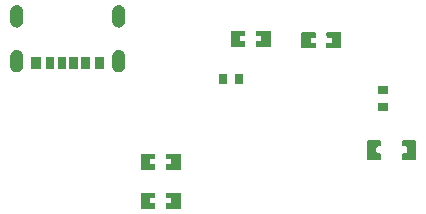
<source format=gtp>
G04 Layer: TopPasteMaskLayer*
G04 EasyEDA Pro v2.2.43.4, 2025-11-30 18:38:01*
G04 Gerber Generator version 0.3*
G04 Scale: 100 percent, Rotated: No, Reflected: No*
G04 Dimensions in millimeters*
G04 Leading zeros omitted, absolute positions, 4 integers and 5 decimals*
G04 Generated by custom config*
%FSLAX45Y45*%
%MOMM*%
%ADD10R,0.8X0.9*%
%ADD11R,0.9X0.8*%
%ADD12C,0.4724*%
G75*


G04 PolygonModel Start*
G36*
G01X3443100Y-1575951D02*
G01X3443100Y-1612082D01*
G01X3433100Y-1622082D01*
G01X3412043Y-1622082D01*
G01X3402043Y-1632082D01*
G01X3402043Y-1669918D01*
G01X3412043Y-1679918D01*
G01X3433100Y-1679918D01*
G01X3443100Y-1689918D01*
G01X3443100Y-1726049D01*
G01X3433100Y-1736049D01*
G01X3332348Y-1736049D01*
G01X3322348Y-1726049D01*
G01X3322348Y-1575951D01*
G01X3332348Y-1565951D01*
G01X3433100Y-1565951D01*
G01X3443100Y-1575951D01*
G37*
G36*
G01X3618100Y-1575951D02*
G01X3618100Y-1612082D01*
G01X3628100Y-1622082D01*
G01X3649157Y-1622082D01*
G01X3659157Y-1632082D01*
G01X3659157Y-1669918D01*
G01X3649157Y-1679918D01*
G01X3628100Y-1679918D01*
G01X3618100Y-1689918D01*
G01X3618100Y-1726049D01*
G01X3628100Y-1736049D01*
G01X3728852Y-1736049D01*
G01X3738852Y-1726049D01*
G01X3738852Y-1575951D01*
G01X3728852Y-1565951D01*
G01X3628100Y-1565951D01*
G01X3618100Y-1575951D01*
G37*
G36*
G01X1097387Y-963905D02*
G01X1017382Y-963905D01*
G01X1017382Y-863905D01*
G01X1097387Y-863905D01*
G01X1097387Y-963905D01*
G37*
G36*
G01X972398Y-963905D02*
G01X902391Y-963905D01*
G01X902391Y-863905D01*
G01X972398Y-863905D01*
G01X972398Y-963905D01*
G37*
G36*
G01X872393Y-963905D02*
G01X802399Y-963905D01*
G01X802399Y-863905D01*
G01X872393Y-863905D01*
G01X872393Y-963905D01*
G37*
G36*
G01X772396Y-963905D02*
G01X702394Y-963905D01*
G01X702394Y-863905D01*
G01X772396Y-863905D01*
G01X772396Y-963905D01*
G37*
G36*
G01X672394Y-963905D02*
G01X602397Y-963905D01*
G01X602397Y-863905D01*
G01X672394Y-863905D01*
G01X672394Y-963905D01*
G37*
G36*
G01X557408Y-963905D02*
G01X477403Y-963905D01*
G01X477403Y-863905D01*
G01X557408Y-863905D01*
G01X557408Y-963905D01*
G37*
G36*
G01X1215281Y-996254D02*
G01X1218019Y-996391D01*
G01X1220762Y-996391D01*
G01X1223500Y-996254D01*
G01X1226231Y-995982D01*
G01X1228941Y-995573D01*
G01X1231628Y-995030D01*
G01X1234288Y-994354D01*
G01X1236909Y-993544D01*
G01X1239484Y-992607D01*
G01X1242012Y-991542D01*
G01X1244483Y-990351D01*
G01X1246891Y-989040D01*
G01X1249230Y-987610D01*
G01X1251496Y-986066D01*
G01X1253683Y-984410D01*
G01X1255784Y-982647D01*
G01X1257795Y-980780D01*
G01X1259710Y-978817D01*
G01X1261524Y-976762D01*
G01X1263233Y-974618D01*
G01X1264834Y-972391D01*
G01X1266322Y-970087D01*
G01X1267694Y-967712D01*
G01X1268946Y-965271D01*
G01X1270074Y-962772D01*
G01X1271074Y-960219D01*
G01X1271948Y-957621D01*
G01X1272690Y-954979D01*
G01X1273302Y-952307D01*
G01X1273777Y-949604D01*
G01X1274117Y-946884D01*
G01X1274323Y-944148D01*
G01X1274392Y-941408D01*
G01X1274392Y-861408D01*
G01X1274323Y-858667D01*
G01X1274117Y-855932D01*
G01X1273777Y-853211D01*
G01X1273302Y-850509D01*
G01X1272690Y-847837D01*
G01X1271948Y-845195D01*
G01X1271074Y-842597D01*
G01X1270074Y-840044D01*
G01X1268946Y-837545D01*
G01X1267694Y-835104D01*
G01X1266322Y-832729D01*
G01X1264834Y-830425D01*
G01X1263233Y-828197D01*
G01X1261524Y-826054D01*
G01X1259710Y-823999D01*
G01X1257795Y-822035D01*
G01X1255784Y-820169D01*
G01X1253683Y-818406D01*
G01X1251496Y-816750D01*
G01X1249230Y-815205D01*
G01X1246891Y-813775D01*
G01X1244483Y-812465D01*
G01X1242012Y-811273D01*
G01X1239484Y-810209D01*
G01X1236909Y-809272D01*
G01X1234288Y-808462D01*
G01X1231628Y-807786D01*
G01X1228941Y-807242D01*
G01X1226231Y-806834D01*
G01X1223500Y-806562D01*
G01X1220762Y-806425D01*
G01X1218019Y-806425D01*
G01X1215281Y-806562D01*
G01X1212550Y-806834D01*
G01X1209840Y-807242D01*
G01X1207153Y-807786D01*
G01X1204493Y-808462D01*
G01X1201872Y-809272D01*
G01X1199297Y-810209D01*
G01X1196769Y-811273D01*
G01X1194298Y-812465D01*
G01X1191890Y-813775D01*
G01X1189551Y-815205D01*
G01X1187285Y-816750D01*
G01X1185098Y-818406D01*
G01X1182997Y-820169D01*
G01X1180986Y-822035D01*
G01X1179071Y-823999D01*
G01X1177257Y-826054D01*
G01X1175548Y-828197D01*
G01X1173947Y-830425D01*
G01X1172459Y-832729D01*
G01X1171087Y-835104D01*
G01X1169835Y-837545D01*
G01X1168707Y-840044D01*
G01X1167707Y-842597D01*
G01X1166833Y-845195D01*
G01X1166091Y-847837D01*
G01X1165479Y-850509D01*
G01X1165004Y-853211D01*
G01X1164664Y-855932D01*
G01X1164458Y-858667D01*
G01X1164389Y-861408D01*
G01X1164389Y-941408D01*
G01X1164458Y-944148D01*
G01X1164664Y-946884D01*
G01X1165004Y-949604D01*
G01X1165479Y-952307D01*
G01X1166091Y-954979D01*
G01X1166833Y-957621D01*
G01X1167707Y-960219D01*
G01X1168707Y-962772D01*
G01X1169835Y-965271D01*
G01X1171087Y-967712D01*
G01X1172459Y-970087D01*
G01X1173947Y-972391D01*
G01X1175548Y-974618D01*
G01X1177257Y-976762D01*
G01X1179071Y-978817D01*
G01X1180986Y-980780D01*
G01X1182997Y-982647D01*
G01X1185098Y-984410D01*
G01X1187285Y-986066D01*
G01X1189551Y-987610D01*
G01X1191890Y-989040D01*
G01X1194298Y-990351D01*
G01X1196769Y-991542D01*
G01X1199297Y-992607D01*
G01X1201872Y-993544D01*
G01X1204493Y-994354D01*
G01X1207153Y-995030D01*
G01X1209840Y-995573D01*
G01X1212550Y-995982D01*
G01X1215281Y-996254D01*
G37*
G36*
G01X351300Y-996254D02*
G01X354038Y-996391D01*
G01X356781Y-996391D01*
G01X359519Y-996254D01*
G01X362250Y-995982D01*
G01X364960Y-995573D01*
G01X367647Y-995030D01*
G01X370307Y-994354D01*
G01X372928Y-993544D01*
G01X375503Y-992607D01*
G01X378031Y-991542D01*
G01X380502Y-990351D01*
G01X382910Y-989040D01*
G01X385249Y-987610D01*
G01X387515Y-986066D01*
G01X389702Y-984410D01*
G01X391803Y-982647D01*
G01X393814Y-980780D01*
G01X395729Y-978817D01*
G01X397543Y-976762D01*
G01X399252Y-974618D01*
G01X400853Y-972391D01*
G01X402341Y-970087D01*
G01X403713Y-967712D01*
G01X404965Y-965271D01*
G01X406093Y-962772D01*
G01X407093Y-960219D01*
G01X407967Y-957621D01*
G01X408709Y-954979D01*
G01X409321Y-952307D01*
G01X409796Y-949604D01*
G01X410136Y-946884D01*
G01X410342Y-944148D01*
G01X410411Y-941408D01*
G01X410411Y-861408D01*
G01X410342Y-858667D01*
G01X410136Y-855932D01*
G01X409796Y-853211D01*
G01X409321Y-850509D01*
G01X408709Y-847837D01*
G01X407967Y-845195D01*
G01X407093Y-842597D01*
G01X406093Y-840044D01*
G01X404965Y-837545D01*
G01X403713Y-835104D01*
G01X402341Y-832729D01*
G01X400853Y-830425D01*
G01X399252Y-828197D01*
G01X397543Y-826054D01*
G01X395729Y-823999D01*
G01X393814Y-822035D01*
G01X391803Y-820169D01*
G01X389702Y-818406D01*
G01X387515Y-816750D01*
G01X385249Y-815205D01*
G01X382910Y-813775D01*
G01X380502Y-812465D01*
G01X378031Y-811273D01*
G01X375503Y-810209D01*
G01X372928Y-809272D01*
G01X370307Y-808462D01*
G01X367647Y-807786D01*
G01X364960Y-807242D01*
G01X362250Y-806834D01*
G01X359519Y-806562D01*
G01X356781Y-806425D01*
G01X354038Y-806425D01*
G01X351300Y-806562D01*
G01X348569Y-806834D01*
G01X345859Y-807242D01*
G01X343172Y-807786D01*
G01X340512Y-808462D01*
G01X337891Y-809272D01*
G01X335316Y-810209D01*
G01X332788Y-811273D01*
G01X330317Y-812465D01*
G01X327909Y-813775D01*
G01X325570Y-815205D01*
G01X323304Y-816750D01*
G01X321117Y-818406D01*
G01X319016Y-820169D01*
G01X317005Y-822035D01*
G01X315090Y-823999D01*
G01X313276Y-826054D01*
G01X311567Y-828197D01*
G01X309966Y-830425D01*
G01X308478Y-832729D01*
G01X307106Y-835104D01*
G01X305854Y-837545D01*
G01X304726Y-840044D01*
G01X303726Y-842597D01*
G01X302852Y-845195D01*
G01X302110Y-847837D01*
G01X301498Y-850509D01*
G01X301023Y-853211D01*
G01X300683Y-855932D01*
G01X300477Y-858667D01*
G01X300408Y-861408D01*
G01X300408Y-941408D01*
G01X300477Y-944148D01*
G01X300683Y-946884D01*
G01X301023Y-949604D01*
G01X301498Y-952307D01*
G01X302110Y-954979D01*
G01X302852Y-957621D01*
G01X303726Y-960219D01*
G01X304726Y-962772D01*
G01X305854Y-965271D01*
G01X307106Y-967712D01*
G01X308478Y-970087D01*
G01X309966Y-972391D01*
G01X311567Y-974618D01*
G01X313276Y-976762D01*
G01X315090Y-978817D01*
G01X317005Y-980780D01*
G01X319016Y-982647D01*
G01X321117Y-984410D01*
G01X323304Y-986066D01*
G01X325570Y-987610D01*
G01X327909Y-989040D01*
G01X330317Y-990351D01*
G01X332788Y-991542D01*
G01X335316Y-992607D01*
G01X337891Y-993544D01*
G01X340512Y-994354D01*
G01X343172Y-995030D01*
G01X345859Y-995573D01*
G01X348569Y-995982D01*
G01X351300Y-996254D01*
G37*
G36*
G01X1215281Y-616245D02*
G01X1218019Y-616382D01*
G01X1220762Y-616382D01*
G01X1223500Y-616245D01*
G01X1226231Y-615973D01*
G01X1228941Y-615564D01*
G01X1231628Y-615020D01*
G01X1234288Y-614345D01*
G01X1236909Y-613534D01*
G01X1239484Y-612597D01*
G01X1242012Y-611533D01*
G01X1244483Y-610342D01*
G01X1246891Y-609031D01*
G01X1249230Y-607601D01*
G01X1251496Y-606057D01*
G01X1253683Y-604401D01*
G01X1255784Y-602638D01*
G01X1257795Y-600771D01*
G01X1259710Y-598808D01*
G01X1261524Y-596753D01*
G01X1263233Y-594609D01*
G01X1264834Y-592381D01*
G01X1266322Y-590078D01*
G01X1267694Y-587703D01*
G01X1268946Y-585262D01*
G01X1270074Y-582762D01*
G01X1271074Y-580210D01*
G01X1271948Y-577611D01*
G01X1272690Y-574970D01*
G01X1273302Y-572298D01*
G01X1273777Y-569595D01*
G01X1274117Y-566875D01*
G01X1274323Y-564139D01*
G01X1274392Y-561398D01*
G01X1274392Y-481399D01*
G01X1274323Y-478658D01*
G01X1274117Y-475922D01*
G01X1273777Y-473202D01*
G01X1273302Y-470499D01*
G01X1272690Y-467827D01*
G01X1271948Y-465186D01*
G01X1271074Y-462587D01*
G01X1270074Y-460035D01*
G01X1268946Y-457535D01*
G01X1267694Y-455094D01*
G01X1266322Y-452719D01*
G01X1264834Y-450416D01*
G01X1263233Y-448188D01*
G01X1261524Y-446044D01*
G01X1259710Y-443989D01*
G01X1257795Y-442026D01*
G01X1255784Y-440159D01*
G01X1253683Y-438396D01*
G01X1251496Y-436740D01*
G01X1249230Y-435196D01*
G01X1246891Y-433766D01*
G01X1244483Y-432455D01*
G01X1242012Y-431264D01*
G01X1239484Y-430200D01*
G01X1236909Y-429263D01*
G01X1234288Y-428452D01*
G01X1231628Y-427777D01*
G01X1228941Y-427233D01*
G01X1226231Y-426824D01*
G01X1223500Y-426552D01*
G01X1220762Y-426415D01*
G01X1218019Y-426415D01*
G01X1215281Y-426552D01*
G01X1212550Y-426824D01*
G01X1209840Y-427233D01*
G01X1207153Y-427777D01*
G01X1204493Y-428452D01*
G01X1201872Y-429263D01*
G01X1199297Y-430200D01*
G01X1196769Y-431264D01*
G01X1194298Y-432455D01*
G01X1191890Y-433766D01*
G01X1189551Y-435196D01*
G01X1187285Y-436740D01*
G01X1185098Y-438396D01*
G01X1182997Y-440159D01*
G01X1180986Y-442026D01*
G01X1179071Y-443989D01*
G01X1177257Y-446044D01*
G01X1175548Y-448188D01*
G01X1173947Y-450416D01*
G01X1172459Y-452719D01*
G01X1171087Y-455094D01*
G01X1169835Y-457535D01*
G01X1168707Y-460035D01*
G01X1167707Y-462587D01*
G01X1166833Y-465186D01*
G01X1166091Y-467827D01*
G01X1165479Y-470499D01*
G01X1165004Y-473202D01*
G01X1164664Y-475922D01*
G01X1164458Y-478658D01*
G01X1164389Y-481399D01*
G01X1164389Y-561398D01*
G01X1164458Y-564139D01*
G01X1164664Y-566875D01*
G01X1165004Y-569595D01*
G01X1165479Y-572298D01*
G01X1166091Y-574970D01*
G01X1166833Y-577611D01*
G01X1167707Y-580210D01*
G01X1168707Y-582762D01*
G01X1169835Y-585262D01*
G01X1171087Y-587703D01*
G01X1172459Y-590078D01*
G01X1173947Y-592381D01*
G01X1175548Y-594609D01*
G01X1177257Y-596753D01*
G01X1179071Y-598808D01*
G01X1180986Y-600771D01*
G01X1182997Y-602638D01*
G01X1185098Y-604401D01*
G01X1187285Y-606057D01*
G01X1189551Y-607601D01*
G01X1191890Y-609031D01*
G01X1194298Y-610342D01*
G01X1196769Y-611533D01*
G01X1199297Y-612597D01*
G01X1201872Y-613534D01*
G01X1204493Y-614345D01*
G01X1207153Y-615020D01*
G01X1209840Y-615564D01*
G01X1212550Y-615973D01*
G01X1215281Y-616245D01*
G37*
G36*
G01X351300Y-616245D02*
G01X354038Y-616382D01*
G01X356781Y-616382D01*
G01X359519Y-616245D01*
G01X362250Y-615973D01*
G01X364960Y-615564D01*
G01X367647Y-615020D01*
G01X370307Y-614345D01*
G01X372928Y-613534D01*
G01X375503Y-612597D01*
G01X378031Y-611533D01*
G01X380502Y-610342D01*
G01X382910Y-609031D01*
G01X385249Y-607601D01*
G01X387515Y-606057D01*
G01X389702Y-604401D01*
G01X391803Y-602638D01*
G01X393814Y-600771D01*
G01X395729Y-598808D01*
G01X397543Y-596753D01*
G01X399252Y-594609D01*
G01X400853Y-592381D01*
G01X402341Y-590078D01*
G01X403713Y-587703D01*
G01X404965Y-585262D01*
G01X406093Y-582762D01*
G01X407093Y-580210D01*
G01X407967Y-577611D01*
G01X408709Y-574970D01*
G01X409321Y-572298D01*
G01X409796Y-569595D01*
G01X410136Y-566875D01*
G01X410342Y-564139D01*
G01X410411Y-561398D01*
G01X410411Y-481399D01*
G01X410342Y-478658D01*
G01X410136Y-475922D01*
G01X409796Y-473202D01*
G01X409321Y-470499D01*
G01X408709Y-467827D01*
G01X407967Y-465186D01*
G01X407093Y-462587D01*
G01X406093Y-460035D01*
G01X404965Y-457535D01*
G01X403713Y-455094D01*
G01X402341Y-452719D01*
G01X400853Y-450416D01*
G01X399252Y-448188D01*
G01X397543Y-446044D01*
G01X395729Y-443989D01*
G01X393814Y-442026D01*
G01X391803Y-440159D01*
G01X389702Y-438396D01*
G01X387515Y-436740D01*
G01X385249Y-435196D01*
G01X382910Y-433766D01*
G01X380502Y-432455D01*
G01X378031Y-431264D01*
G01X375503Y-430200D01*
G01X372928Y-429263D01*
G01X370307Y-428452D01*
G01X367647Y-427777D01*
G01X364960Y-427233D01*
G01X362250Y-426824D01*
G01X359519Y-426552D01*
G01X356781Y-426415D01*
G01X354038Y-426415D01*
G01X351300Y-426552D01*
G01X348569Y-426824D01*
G01X345859Y-427233D01*
G01X343172Y-427777D01*
G01X340512Y-428452D01*
G01X337891Y-429263D01*
G01X335316Y-430200D01*
G01X332788Y-431264D01*
G01X330317Y-432455D01*
G01X327909Y-433766D01*
G01X325570Y-435196D01*
G01X323304Y-436740D01*
G01X321117Y-438396D01*
G01X319016Y-440159D01*
G01X317005Y-442026D01*
G01X315090Y-443989D01*
G01X313276Y-446044D01*
G01X311567Y-448188D01*
G01X309966Y-450416D01*
G01X308478Y-452719D01*
G01X307106Y-455094D01*
G01X305854Y-457535D01*
G01X304726Y-460035D01*
G01X303726Y-462587D01*
G01X302852Y-465186D01*
G01X302110Y-467827D01*
G01X301498Y-470499D01*
G01X301023Y-473202D01*
G01X300683Y-475922D01*
G01X300477Y-478658D01*
G01X300408Y-481399D01*
G01X300408Y-561398D01*
G01X300477Y-564139D01*
G01X300683Y-566875D01*
G01X301023Y-569595D01*
G01X301498Y-572298D01*
G01X302110Y-574970D01*
G01X302852Y-577611D01*
G01X303726Y-580210D01*
G01X304726Y-582762D01*
G01X305854Y-585262D01*
G01X307106Y-587703D01*
G01X308478Y-590078D01*
G01X309966Y-592381D01*
G01X311567Y-594609D01*
G01X313276Y-596753D01*
G01X315090Y-598808D01*
G01X317005Y-600771D01*
G01X319016Y-602638D01*
G01X321117Y-604401D01*
G01X323304Y-606057D01*
G01X325570Y-607601D01*
G01X327909Y-609031D01*
G01X330317Y-610342D01*
G01X332788Y-611533D01*
G01X335316Y-612597D01*
G01X337891Y-613534D01*
G01X340512Y-614345D01*
G01X343172Y-615020D01*
G01X345859Y-615564D01*
G01X348569Y-615973D01*
G01X351300Y-616245D01*
G37*
G36*
G01X2166798Y-775200D02*
G01X2166798Y-647202D01*
G01X2171799Y-642201D01*
G01X2286800Y-642201D01*
G01X2291799Y-647202D01*
G01X2292302Y-688205D01*
G01X2247301Y-688205D01*
G01X2247301Y-733204D01*
G01X2291301Y-733204D01*
G01X2291799Y-775200D01*
G01X2286800Y-780202D01*
G01X2171799Y-780202D01*
G01X2166798Y-775200D01*
G37*
G36*
G01X2381799Y-775200D02*
G01X2381801Y-733204D01*
G01X2426299Y-733204D01*
G01X2426299Y-688205D01*
G01X2382302Y-688205D01*
G01X2381799Y-647202D01*
G01X2386800Y-642201D01*
G01X2501798Y-642201D01*
G01X2506800Y-647202D01*
G01X2506800Y-775200D01*
G01X2501798Y-780202D01*
G01X2386800Y-780202D01*
G01X2381799Y-775200D01*
G37*
G36*
G01X3103702Y-659900D02*
G01X3103702Y-787898D01*
G01X3098701Y-792899D01*
G01X2983700Y-792899D01*
G01X2978701Y-787898D01*
G01X2978198Y-746895D01*
G01X3023199Y-746895D01*
G01X3023199Y-701896D01*
G01X2979199Y-701896D01*
G01X2978701Y-659900D01*
G01X2983700Y-654898D01*
G01X3098701Y-654898D01*
G01X3103702Y-659900D01*
G37*
G36*
G01X2888701Y-659900D02*
G01X2888699Y-701896D01*
G01X2844201Y-701896D01*
G01X2844201Y-746895D01*
G01X2888198Y-746895D01*
G01X2888701Y-787898D01*
G01X2883700Y-792899D01*
G01X2768702Y-792899D01*
G01X2763700Y-787898D01*
G01X2763700Y-659900D01*
G01X2768702Y-654898D01*
G01X2883700Y-654898D01*
G01X2888701Y-659900D01*
G37*
G36*
G01X1404798Y-1816600D02*
G01X1404798Y-1688602D01*
G01X1409799Y-1683601D01*
G01X1524800Y-1683601D01*
G01X1529799Y-1688602D01*
G01X1530302Y-1729605D01*
G01X1485301Y-1729605D01*
G01X1485301Y-1774604D01*
G01X1529301Y-1774604D01*
G01X1529799Y-1816600D01*
G01X1524800Y-1821602D01*
G01X1409799Y-1821602D01*
G01X1404798Y-1816600D01*
G37*
G36*
G01X1619799Y-1816600D02*
G01X1619801Y-1774604D01*
G01X1664299Y-1774604D01*
G01X1664299Y-1729605D01*
G01X1620302Y-1729605D01*
G01X1619799Y-1688602D01*
G01X1624800Y-1683601D01*
G01X1739798Y-1683601D01*
G01X1744800Y-1688602D01*
G01X1744800Y-1816600D01*
G01X1739798Y-1821602D01*
G01X1624800Y-1821602D01*
G01X1619799Y-1816600D01*
G37*
G36*
G01X1404798Y-2146800D02*
G01X1404798Y-2018802D01*
G01X1409799Y-2013801D01*
G01X1524800Y-2013801D01*
G01X1529799Y-2018802D01*
G01X1530302Y-2059805D01*
G01X1485301Y-2059805D01*
G01X1485301Y-2104804D01*
G01X1529301Y-2104804D01*
G01X1529799Y-2146800D01*
G01X1524800Y-2151802D01*
G01X1409799Y-2151802D01*
G01X1404798Y-2146800D01*
G37*
G36*
G01X1619799Y-2146800D02*
G01X1619801Y-2104804D01*
G01X1664299Y-2104804D01*
G01X1664299Y-2059805D01*
G01X1620302Y-2059805D01*
G01X1619799Y-2018802D01*
G01X1624800Y-2013801D01*
G01X1739798Y-2013801D01*
G01X1744800Y-2018802D01*
G01X1744800Y-2146800D01*
G01X1739798Y-2151802D01*
G01X1624800Y-2151802D01*
G01X1619799Y-2146800D01*
G37*

G04 Pad Start*
G54D10*
G01X2241702Y-1054100D03*
G01X2101698Y-1054100D03*
G54D11*
G01X3454400Y-1149198D03*
G01X3454400Y-1289202D03*
G04 Pad End*

M02*


</source>
